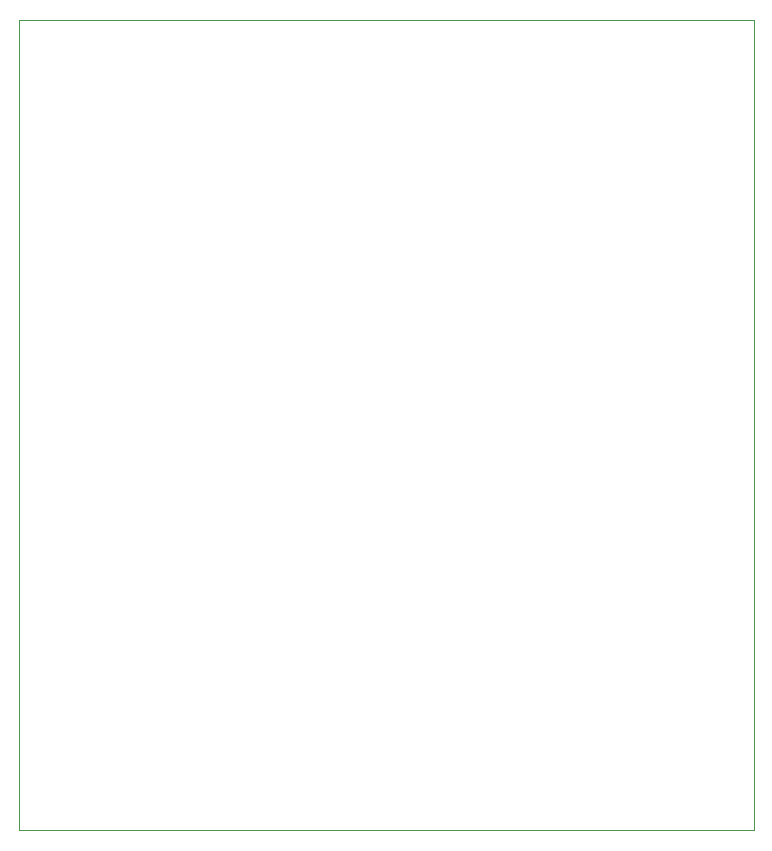
<source format=gbr>
G04 #@! TF.GenerationSoftware,KiCad,Pcbnew,(5.1.2)-2*
G04 #@! TF.CreationDate,2019-07-30T15:31:29+08:00*
G04 #@! TF.ProjectId,HF3,4846332e-6b69-4636-9164-5f7063625858,rev?*
G04 #@! TF.SameCoordinates,Original*
G04 #@! TF.FileFunction,Profile,NP*
%FSLAX46Y46*%
G04 Gerber Fmt 4.6, Leading zero omitted, Abs format (unit mm)*
G04 Created by KiCad (PCBNEW (5.1.2)-2) date 2019-07-30 15:31:29*
%MOMM*%
%LPD*%
G04 APERTURE LIST*
%ADD10C,0.050000*%
G04 APERTURE END LIST*
D10*
X195580000Y-83820000D02*
X133350000Y-83820000D01*
X195580000Y-152400000D02*
X195580000Y-83820000D01*
X194310000Y-152400000D02*
X195580000Y-152400000D01*
X133350000Y-152400000D02*
X194310000Y-152400000D01*
X133350000Y-146050000D02*
X133350000Y-152400000D01*
X133350000Y-83820000D02*
X133350000Y-146050000D01*
M02*

</source>
